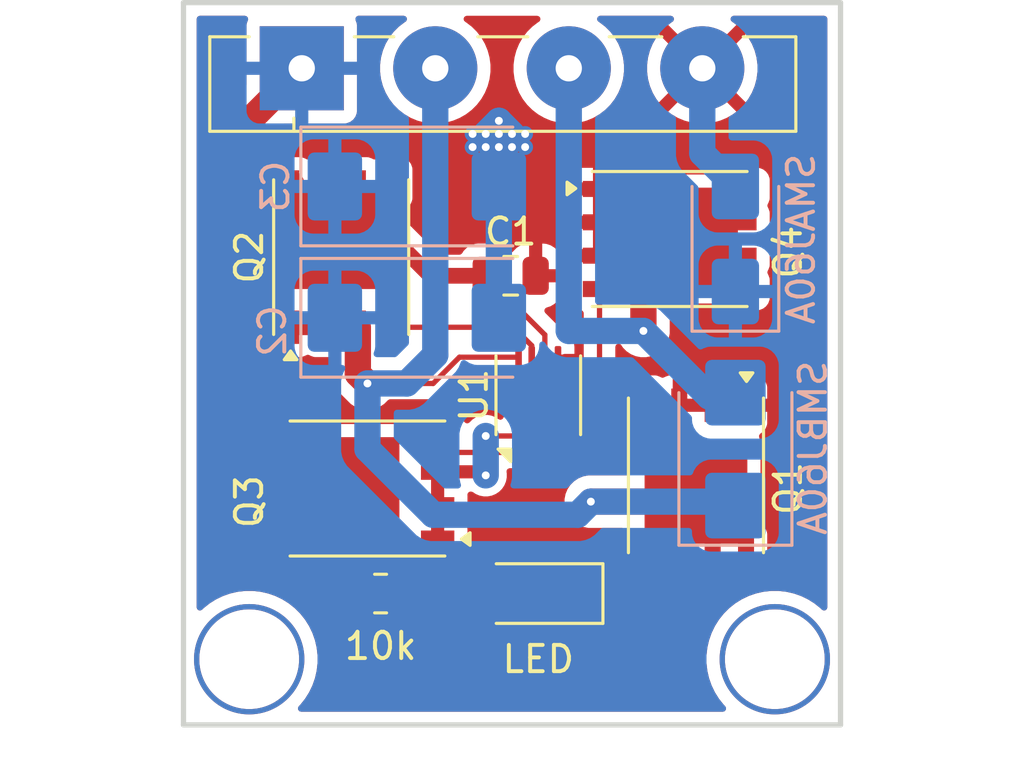
<source format=kicad_pcb>
(kicad_pcb (version 20241229) (generator "pcbnew") (generator_version "9.0")
  (layers (0 "F.Cu" signal) (2 "B.Cu" signal) (13 "F.Paste" user) (15 "B.Paste" user) (5 "F.SilkS" user "F.Silkscreen") (7 "B.SilkS" user "B.Silkscreen") (1 "F.Mask" user) (3 "B.Mask" user) (25 "Edge.Cuts" user))
  (net 0 "")
  (net 1 "/V+")
  (net 2 "Net-(D1-A)")
  (net 3 "/AC1")
  (net 4 "Net-(Q1-G)")
  (net 5 "Net-(Q2-G)")
  (net 6 "/AC2")
  (net 7 "Net-(Q3-G)")
  (net 8 "Net-(Q4-G)")
  (net 9 "V-")
  (footprint "MountingHole:MountingHole_2.2mm_M2" (layer "F.Cu") (at 78.5 66.5)
    (property "Reference" "REF**" (hide yes))
    (property "Value" "MountingHole_2.2mm_M2")
    (pad "" np_thru_hole circle (at 0 0) (size 2.2 2.2) (drill 2.2) (layers "*.Cu" "*.Mask"))
  )
  (footprint "MountingHole:MountingHole_2.2mm_M2" (layer "F.Cu") (at 58.5 66.5)
    (property "Reference" "REF**" (hide yes))
    (property "Value" "MountingHole_2.2mm_M2")
    (pad "" np_thru_hole circle (at 0 0) (size 2.2 2.2) (drill 2.2) (layers "*.Cu" "*.Mask"))
  )
  (footprint "Package_SO:PowerPAK_SO-8_Single" (layer "F.Cu") (at 62 51.19 90)
    (property "Reference" "Q2" (at 0 -3.5 90) (layer "F.SilkS"))
    (property "Value" "DMT10H009SPS" (hide yes))
    (fp_line (start -2.945 -2.57) (end 2.945 -2.57) (stroke (width 0.12)) (layer "F.SilkS"))
    (fp_line (start -2.945 2.57) (end 2.945 2.57) (stroke (width 0.12)) (layer "F.SilkS"))
    (fp_poly (pts (xy -3.575 -1.925) (xy -3.905 -2.165) (xy -3.905 -1.685) (xy -3.575 -1.925)) (stroke (width 0.12)) (fill yes) (layer "F.SilkS"))
    (pad "1" smd rect (at -2.67 -1.905 90) (size 1.27 0.61) (layers "F.Cu" "F.Mask" "F.Paste") (net 3 "/AC1"))
    (pad "2" smd rect (at -2.67 -0.635 90) (size 1.27 0.61) (layers "F.Cu" "F.Mask" "F.Paste") (net 3 "/AC1"))
    (pad "3" smd rect (at -2.67 0.635 90) (size 1.27 0.61) (layers "F.Cu" "F.Mask" "F.Paste") (net 3 "/AC1"))
    (pad "4" smd rect (at -2.67 1.905 90) (size 1.27 0.61) (layers "F.Cu" "F.Mask" "F.Paste") (net 5 "Net-(Q2-G)"))
    (pad "5" smd rect (at 0.69 0 90) (size 3.81 3.91) (layers "F.Cu" "F.Mask" "F.Paste") (net 1 "/V+"))
    (pad "5" smd rect (at 2.795 -1.905 90) (size 1.02 0.61) (layers "F.Cu" "F.Mask" "F.Paste") (net 1 "/V+"))
    (pad "5" smd rect (at 2.795 -0.635 90) (size 1.02 0.61) (layers "F.Cu" "F.Mask" "F.Paste") (net 1 "/V+"))
    (pad "5" smd rect (at 2.795 0.635 90) (size 1.02 0.61) (layers "F.Cu" "F.Mask" "F.Paste") (net 1 "/V+"))
    (pad "5" smd rect (at 2.795 1.905 90) (size 1.02 0.61) (layers "F.Cu" "F.Mask" "F.Paste") (net 1 "/V+"))
  )
  (footprint "Package_SO:PowerPAK_SO-8_Single" (layer "F.Cu") (at 63 60 180)
    (property "Reference" "Q3" (at 4.5 -0.5 270) (layer "F.SilkS"))
    (property "Value" "DMT10H009SPS" (hide yes))
    (fp_line (start -2.945 2.57) (end 2.945 2.57) (stroke (width 0.12)) (layer "F.SilkS"))
    (fp_line (start -2.945 -2.57) (end 2.945 -2.57) (stroke (width 0.12)) (layer "F.SilkS"))
    (fp_poly (pts (xy -3.575 -1.925) (xy -3.905 -2.165) (xy -3.905 -1.685) (xy -3.575 -1.925)) (stroke (width 0.12)) (fill yes) (layer "F.SilkS"))
    (pad "1" smd rect (at -2.67 -1.905 180) (size 1.27 0.61) (layers "F.Cu" "F.Mask" "F.Paste") (net 6 "/AC2"))
    (pad "2" smd rect (at -2.67 -0.635 180) (size 1.27 0.61) (layers "F.Cu" "F.Mask" "F.Paste") (net 6 "/AC2"))
    (pad "3" smd rect (at -2.67 0.635 180) (size 1.27 0.61) (layers "F.Cu" "F.Mask" "F.Paste") (net 6 "/AC2"))
    (pad "4" smd rect (at -2.67 1.905 180) (size 1.27 0.61) (layers "F.Cu" "F.Mask" "F.Paste") (net 7 "Net-(Q3-G)"))
    (pad "5" smd rect (at 0.69 0 180) (size 3.81 3.91) (layers "F.Cu" "F.Mask" "F.Paste") (net 1 "/V+"))
    (pad "5" smd rect (at 2.795 -1.905 180) (size 1.02 0.61) (layers "F.Cu" "F.Mask" "F.Paste") (net 1 "/V+"))
    (pad "5" smd rect (at 2.795 -0.635 180) (size 1.02 0.61) (layers "F.Cu" "F.Mask" "F.Paste") (net 1 "/V+"))
    (pad "5" smd rect (at 2.795 0.635 180) (size 1.02 0.61) (layers "F.Cu" "F.Mask" "F.Paste") (net 1 "/V+"))
    (pad "5" smd rect (at 2.795 1.905 180) (size 1.02 0.61) (layers "F.Cu" "F.Mask" "F.Paste") (net 1 "/V+"))
  )
  (footprint "Capacitor_SMD:C_0805_2012Metric" (layer "F.Cu") (at 68.45 51.9)
    (property "Reference" "C1" (at 0 -1.68 0) (layer "F.SilkS"))
    (property "Value" "0.1u" (hide yes))
    (fp_line (start -0.261252 -0.735) (end 0.261252 -0.735) (stroke (width 0.12)) (layer "F.SilkS"))
    (fp_line (start -0.261252 0.735) (end 0.261252 0.735) (stroke (width 0.12)) (layer "F.SilkS"))
    (pad "1" smd roundrect (at -0.95 0) (size 1 1.45) (layers "F.Cu" "F.Mask" "F.Paste") (net 1 "/V+"))
    (pad "2" smd roundrect (at 0.95 0) (size 1 1.45) (layers "F.Cu" "F.Mask" "F.Paste") (net 9 "V-"))
  )
  (footprint "Diode_THT:Diode_Bridge_Vishay_GBU" (layer "F.Cu") (at 60.5 44)
    (property "Reference" "D2" (hide yes))
    (property "Value" "GBU4A" (hide yes))
    (fp_line (start -3.5 -1.2) (end -2 -1.2) (stroke (width 0.12)) (layer "F.SilkS"))
    (fp_line (start -3.5 2.4) (end -3.5 -1.2) (stroke (width 0.12)) (layer "F.SilkS"))
    (fp_line (start -0.3 2.4) (end -0.3 1.9) (stroke (width 0.12)) (layer "F.SilkS"))
    (fp_line (start 2 -1.2) (end 3.5 -1.2) (stroke (width 0.12)) (layer "F.SilkS"))
    (fp_line (start 6.7 -1.2) (end 8.6 -1.2) (stroke (width 0.12)) (layer "F.SilkS"))
    (fp_line (start 11.7 -1.2) (end 13.7 -1.2) (stroke (width 0.12)) (layer "F.SilkS"))
    (fp_line (start 16.8 -1.2) (end 18.8 -1.2) (stroke (width 0.12)) (layer "F.SilkS"))
    (fp_line (start 18.8 -1.2) (end 18.8 2.4) (stroke (width 0.12)) (layer "F.SilkS"))
    (fp_line (start 18.8 2.4) (end -3.5 2.4) (stroke (width 0.12)) (layer "F.SilkS"))
    (pad "1" thru_hole rect (at 0 0) (size 3.2 3.2) (drill 1) (layers "*.Cu" "*.Mask") (net 1 "/V+"))
    (pad "2" thru_hole circle (at 5.08 0) (size 3.2 3.2) (drill 1) (layers "*.Cu" "*.Mask") (net 3 "/AC1"))
    (pad "3" thru_hole circle (at 10.16 0) (size 3.2 3.2) (drill 1) (layers "*.Cu" "*.Mask") (net 6 "/AC2"))
    (pad "4" thru_hole circle (at 15.24 0) (size 3.2 3.2) (drill 1) (layers "*.Cu" "*.Mask") (net 9 "V-"))
  )
  (footprint "Package_SO:PowerPAK_SO-8_Single" (layer "F.Cu") (at 74.5 50.5)
    (property "Reference" "Q4" (at 4.5 0.5 90) (layer "F.SilkS"))
    (property "Value" "DMT10H009SPS" (hide yes))
    (fp_line (start -2.945 -2.57) (end 2.945 -2.57) (stroke (width 0.12)) (layer "F.SilkS"))
    (fp_line (start -2.945 2.57) (end 2.945 2.57) (stroke (width 0.12)) (layer "F.SilkS"))
    (fp_poly (pts (xy -3.575 -1.925) (xy -3.905 -2.165) (xy -3.905 -1.685) (xy -3.575 -1.925)) (stroke (width 0.12)) (fill yes) (layer "F.SilkS"))
    (pad "1" smd rect (at -2.67 -1.905) (size 1.27 0.61) (layers "F.Cu" "F.Mask" "F.Paste") (net 9 "V-"))
    (pad "2" smd rect (at -2.67 -0.635) (size 1.27 0.61) (layers "F.Cu" "F.Mask" "F.Paste") (net 9 "V-"))
    (pad "3" smd rect (at -2.67 0.635) (size 1.27 0.61) (layers "F.Cu" "F.Mask" "F.Paste") (net 9 "V-"))
    (pad "4" smd rect (at -2.67 1.905) (size 1.27 0.61) (layers "F.Cu" "F.Mask" "F.Paste") (net 8 "Net-(Q4-G)"))
    (pad "5" smd rect (at 0.69 0) (size 3.81 3.91) (layers "F.Cu" "F.Mask" "F.Paste") (net 6 "/AC2"))
    (pad "5" smd rect (at 2.795 -1.905) (size 1.02 0.61) (layers "F.Cu" "F.Mask" "F.Paste") (net 6 "/AC2"))
    (pad "5" smd rect (at 2.795 -0.635) (size 1.02 0.61) (layers "F.Cu" "F.Mask" "F.Paste") (net 6 "/AC2"))
    (pad "5" smd rect (at 2.795 0.635) (size 1.02 0.61) (layers "F.Cu" "F.Mask" "F.Paste") (net 6 "/AC2"))
    (pad "5" smd rect (at 2.795 1.905) (size 1.02 0.61) (layers "F.Cu" "F.Mask" "F.Paste") (net 6 "/AC2"))
  )
  (footprint "Resistor_SMD:R_0805_2012Metric" (layer "F.Cu") (at 63.5 64)
    (property "Reference" "10k" (at 0 2 0) (layer "F.SilkS"))
    (property "Value" "10k" (hide yes))
    (fp_line (start -0.227064 -0.735) (end 0.227064 -0.735) (stroke (width 0.12)) (layer "F.SilkS"))
    (fp_line (start -0.227064 0.735) (end 0.227064 0.735) (stroke (width 0.12)) (layer "F.SilkS"))
    (pad "1" smd roundrect (at -0.9125 0) (size 1.025 1.4) (layers "F.Cu" "F.Mask" "F.Paste") (roundrect_rratio 0.243902) (net 1 "/V+"))
    (pad "2" smd roundrect (at 0.9125 0) (size 1.025 1.4) (layers "F.Cu" "F.Mask" "F.Paste") (roundrect_rratio 0.243902) (net 2 "Net-(D1-A)"))
  )
  (footprint "Package_DFN_QFN:DFN-8-1EP_3x3mm_P0.5mm_EP1.65x2.38mm" (layer "F.Cu") (at 69.5 56.45 90)
    (property "Reference" "U1" (at 0 -2.45 90) (layer "F.SilkS"))
    (property "Value" "LT4320xDD-1" (hide yes))
    (fp_line (start -1.5 -1.61) (end 1.5 -1.61) (stroke (width 0.12)) (layer "F.SilkS"))
    (fp_line (start -1.5 1.61) (end 1.5 1.61) (stroke (width 0.12)) (layer "F.SilkS"))
    (fp_poly (pts (xy -2.05 -1.05) (xy -2.53 -1.05) (xy -2.05 -1.53)) (stroke (width 0.12)) (fill yes) (layer "F.SilkS"))
    (pad "1" smd roundrect (at -1.45 -0.75 90) (size 0.85 0.25) (layers "F.Cu" "F.Mask" "F.Paste") (net 6 "/AC2"))
    (pad "2" smd roundrect (at -1.45 -0.25 90) (size 0.85 0.25) (layers "F.Cu" "F.Mask" "F.Paste") (net 7 "Net-(Q3-G)"))
    (pad "3" smd roundrect (at -1.45 0.25 90) (size 0.85 0.25) (layers "F.Cu" "F.Mask" "F.Paste") (net 4 "Net-(Q1-G)"))
    (pad "4" smd roundrect (at -1.45 0.75 90) (size 0.85 0.25) (layers "F.Cu" "F.Mask" "F.Paste") (net 8 "Net-(Q4-G)"))
    (pad "5" smd roundrect (at 1.45 0.75 90) (size 0.85 0.25) (layers "F.Cu" "F.Mask" "F.Paste") (net 9 "V-"))
    (pad "6" smd roundrect (at 1.45 0.25 90) (size 0.85 0.25) (layers "F.Cu" "F.Mask" "F.Paste") (net 1 "/V+"))
    (pad "7" smd roundrect (at 1.45 -0.25 90) (size 0.85 0.25) (layers "F.Cu" "F.Mask" "F.Paste") (net 5 "Net-(Q2-G)"))
    (pad "8" smd roundrect (at 1.45 -0.75 90) (size 0.85 0.25) (layers "F.Cu" "F.Mask" "F.Paste") (net 3 "/AC1"))
    (pad "9" smd rect (at 0 0 90) (size 1.65 2.38) (property pad_prop_heatsink) (layers "F.Cu" "F.Mask") (net 9 "V-"))
  )
  (footprint "Package_SO:PowerPAK_SO-8_Single" (layer "F.Cu") (at 75.5 59.5 -90)
    (property "Reference" "Q1" (at 0.5 -3.5 270) (layer "F.SilkS"))
    (property "Value" "DMT10H009SPS" (hide yes))
    (fp_line (start -2.945 2.57) (end 2.945 2.57) (stroke (width 0.12)) (layer "F.SilkS"))
    (fp_line (start -2.945 -2.57) (end 2.945 -2.57) (stroke (width 0.12)) (layer "F.SilkS"))
    (fp_poly (pts (xy -3.575 -1.925) (xy -3.905 -2.165) (xy -3.905 -1.685) (xy -3.575 -1.925)) (stroke (width 0.12)) (fill yes) (layer "F.SilkS"))
    (pad "1" smd rect (at -2.67 -1.905 270) (size 1.27 0.61) (layers "F.Cu" "F.Mask" "F.Paste") (net 9 "V-"))
    (pad "2" smd rect (at -2.67 -0.635 270) (size 1.27 0.61) (layers "F.Cu" "F.Mask" "F.Paste") (net 9 "V-"))
    (pad "3" smd rect (at -2.67 0.635 270) (size 1.27 0.61) (layers "F.Cu" "F.Mask" "F.Paste") (net 9 "V-"))
    (pad "4" smd rect (at -2.67 1.905 270) (size 1.27 0.61) (layers "F.Cu" "F.Mask" "F.Paste") (net 4 "Net-(Q1-G)"))
    (pad "5" smd rect (at 0.69 0 270) (size 3.81 3.91) (layers "F.Cu" "F.Mask" "F.Paste") (net 3 "/AC1"))
    (pad "5" smd rect (at 2.795 -1.905 270) (size 1.02 0.61) (layers "F.Cu" "F.Mask" "F.Paste") (net 3 "/AC1"))
    (pad "5" smd rect (at 2.795 -0.635 270) (size 1.02 0.61) (layers "F.Cu" "F.Mask" "F.Paste") (net 3 "/AC1"))
    (pad "5" smd rect (at 2.795 0.635 270) (size 1.02 0.61) (layers "F.Cu" "F.Mask" "F.Paste") (net 3 "/AC1"))
    (pad "5" smd rect (at 2.795 1.905 270) (size 1.02 0.61) (layers "F.Cu" "F.Mask" "F.Paste") (net 3 "/AC1"))
  )
  (footprint "LED_SMD:LED_1206_3216Metric_Pad1.42x1.75mm_HandSolder" (layer "F.Cu") (at 69.5 64 180)
    (property "Reference" "LED" (at 0 -2.5 0) (layer "F.SilkS"))
    (property "Value" "LED" (hide yes))
    (fp_line (start 1.6 -1.135) (end -2.46 -1.135) (stroke (width 0.12)) (layer "F.SilkS"))
    (fp_line (start -2.46 1.135) (end 1.6 1.135) (stroke (width 0.12)) (layer "F.SilkS"))
    (fp_line (start -2.46 -1.135) (end -2.46 1.135) (stroke (width 0.12)) (layer "F.SilkS"))
    (pad "1" smd roundrect (at -1.4875 0 180) (size 1.425 1.75) (layers "F.Cu" "F.Mask" "F.Paste") (roundrect_rratio 0.175439) (net 9 "V-"))
    (pad "2" smd roundrect (at 1.4875 0 180) (size 1.425 1.75) (layers "F.Cu" "F.Mask" "F.Paste") (roundrect_rratio 0.175439) (net 2 "Net-(D1-A)"))
  )
  (footprint "Diode_SMD:D_SMB" (layer "B.Cu") (at 77 58.5 90)
    (property "Reference" "SMBJ60A" (at 0.05 2.95 270) (layer "B.SilkS") (effects (justify mirror)))
    (property "Value" "SMBJ60A")
    (fp_line (start -3.66 -2.15) (end 2.15 -2.15) (stroke (width 0.12)) (layer "B.SilkS"))
    (fp_line (start -3.66 2.15) (end -3.66 -2.15) (stroke (width 0.12)) (layer "B.SilkS"))
    (fp_line (start -3.66 2.15) (end 2.15 2.15) (stroke (width 0.12)) (layer "B.SilkS"))
    (pad "1" smd roundrect (at -2.15 0 90) (size 2.5 2.3) (layers "B.Cu" "B.Mask" "B.Paste") (roundrect_rratio 0.1086956522) (net 3 "/AC1"))
    (pad "2" smd roundrect (at 2.15 0 90) (size 2.5 2.3) (layers "B.Cu" "B.Mask" "B.Paste") (roundrect_rratio 0.1086956522) (net 6 "/AC2"))
  )
  (footprint "Capacitor_Tantalum_SMD:CP_EIA-7343-15_Kemet-W" (layer "B.Cu") (at 64.88 48.5)
    (property "Reference" "C3" (at -5.38 0 90) (layer "B.SilkS") (effects (justify mirror)))
    (property "Value" "10u")
    (fp_line (start -4.415 -2.26) (end 3.65 -2.26) (stroke (width 0.12)) (layer "B.SilkS"))
    (fp_line (start -4.415 2.26) (end -4.415 -2.26) (stroke (width 0.12)) (layer "B.SilkS"))
    (fp_line (start 3.65 2.26) (end -4.415 2.26) (stroke (width 0.12)) (layer "B.SilkS"))
    (pad "1" smd roundrect (at -3.12 0) (size 2.07 2.59) (layers "B.Cu" "B.Mask" "B.Paste") (roundrect_rratio 0.120773) (net 1 "/V+"))
    (pad "2" smd roundrect (at 3.12 0) (size 2.07 2.59) (layers "B.Cu" "B.Mask" "B.Paste") (roundrect_rratio 0.120773) (net 9 "V-"))
  )
  (footprint "Capacitor_Tantalum_SMD:CP_EIA-7343-15_Kemet-W" (layer "B.Cu") (at 64.88 53.5)
    (property "Reference" "C2" (at -5.5 0.5 270) (layer "B.SilkS") (effects (justify mirror)))
    (property "Value" "10u" (hide yes))
    (fp_line (start -4.415 -2.26) (end 3.65 -2.26) (stroke (width 0.12)) (layer "B.SilkS"))
    (fp_line (start -4.415 2.26) (end -4.415 -2.26) (stroke (width 0.12)) (layer "B.SilkS"))
    (fp_line (start 3.65 2.26) (end -4.415 2.26) (stroke (width 0.12)) (layer "B.SilkS"))
    (pad "1" smd roundrect (at -3.12 0) (size 2.07 2.59) (layers "B.Cu" "B.Mask" "B.Paste") (roundrect_rratio 0.120773) (net 1 "/V+"))
    (pad "2" smd roundrect (at 3.12 0) (size 2.07 2.59) (layers "B.Cu" "B.Mask" "B.Paste") (roundrect_rratio 0.120773) (net 9 "V-"))
  )
  (footprint "Diode_SMD:D_SMA" (layer "B.Cu") (at 77 50.5 90)
    (property "Reference" "SMAJ60A" (at 0 2.5 90) (layer "B.SilkS") (effects (justify mirror)))
    (property "Value" "SMAJ60A")
    (fp_line (start -3.51 -1.65) (end 2 -1.65) (stroke (width 0.12)) (layer "B.SilkS"))
    (fp_line (start -3.51 1.65) (end -3.51 -1.65) (stroke (width 0.12)) (layer "B.SilkS"))
    (fp_line (start -3.51 1.65) (end 2 1.65) (stroke (width 0.12)) (layer "B.SilkS"))
    (pad "1" smd roundrect (at -2 0 90) (size 2.5 1.8) (layers "B.Cu" "B.Mask" "B.Paste") (roundrect_rratio 0.1388888889) (net 1 "/V+"))
    (pad "2" smd roundrect (at 2 0 90) (size 2.5 1.8) (layers "B.Cu" "B.Mask" "B.Paste") (roundrect_rratio 0.1388888889) (net 9 "V-"))
  )
  (gr_circle (center 58.5 66.5) (end 60.5 66.5) (stroke (width 0.2)) (fill no) (layer "F.Cu"))
  (gr_circle (center 78.5 66.5) (end 80.5 66.5) (stroke (width 0.2)) (fill no) (layer "F.Cu"))
  (gr_circle (center 78.5 66.5) (end 76.5 66.5) (stroke (width 0.2)) (fill no) (layer "B.Cu"))
  (gr_circle (center 58.5 66.5) (end 56.5 66.5) (stroke (width 0.2)) (fill no) (layer "B.Cu"))
  (gr_line (start 56 41.5) (end 81 41.5) (stroke (width 0.2)) (layer "Edge.Cuts"))
  (gr_line (start 56 69) (end 56 41.5) (stroke (width 0.2)) (layer "Edge.Cuts"))
  (gr_line (start 81 69) (end 56 69) (stroke (width 0.2)) (layer "Edge.Cuts"))
  (gr_line (start 81 41.5) (end 81 69) (stroke (width 0.2)) (layer "Edge.Cuts"))
  (segment (start 62.5875 60.2775) (end 62.31 60) (width 0.2) (layer "F.Cu") (net 1))
  (segment (start 62.5875 64.5) (end 62.5875 60.2775) (width 0.2) (layer "F.Cu") (net 1))
  (segment (start 64 50.5) (end 62 50.5) (width 0.6) (layer "F.Cu") (net 1))
  (segment (start 69.75 54.15) (end 69.75 55) (width 0.2) (layer "F.Cu") (net 1))
  (segment (start 65.4 51.9) (end 64 50.5) (width 0.6) (layer "F.Cu") (net 1))
  (segment (start 60.205 58.095) (end 58.095 58.095) (width 1) (layer "F.Cu") (net 1))
  (segment (start 67.5 51.9) (end 69.75 54.15) (width 0.2) (layer "F.Cu") (net 1))
  (segment (start 58.095 46.405) (end 60.5 44) (width 1) (layer "F.Cu") (net 1))
  (segment (start 62.5875 64.5) (end 62.0875 64) (width 0.2) (layer "F.Cu") (net 1))
  (segment (start 67.5 51.9) (end 65.4 51.9) (width 0.6) (layer "F.Cu") (net 1))
  (segment (start 58.095 48.5) (end 58.095 46.405) (width 1) (layer "F.Cu") (net 1))
  (segment (start 58.2 48.395) (end 60.095 48.395) (width 1) (layer "F.Cu") (net 1))
  (segment (start 58.095 58.095) (end 58.095 48.5) (width 1) (layer "F.Cu") (net 1))
  (segment (start 58.095 48.5) (end 58.2 48.395) (width 1) (layer "F.Cu") (net 1))
  (segment (start 64.4125 64.5) (end 67.5125 64.5) (width 0.2) (layer "F.Cu") (net 2))
  (segment (start 67.5125 64.5) (end 68.0125 64) (width 0.2) (layer "F.Cu") (net 2))
  (segment (start 61.365 53.86) (end 60.095 53.86) (width 0.6) (layer "F.Cu") (net 3))
  (segment (start 66.5 55) (end 65.5 56) (width 0.2) (layer "F.Cu") (net 3))
  (segment (start 75.19 60.5) (end 75.5 60.19) (width 0.2) (layer "F.Cu") (net 3))
  (segment (start 62.635 55.635) (end 63 56) (width 1) (layer "F.Cu") (net 3))
  (segment (start 71.5 60.5) (end 75.19 60.5) (width 1) (layer "F.Cu") (net 3))
  (segment (start 62.635 53.86) (end 61.365 53.86) (width 0.6) (layer "F.Cu") (net 3))
  (segment (start 65.5 56) (end 63 56) (width 0.2) (layer "F.Cu") (net 3))
  (segment (start 68.75 55) (end 66.5 55) (width 0.2) (layer "F.Cu") (net 3))
  (segment (start 62.635 53.86) (end 62.635 55.635) (width 1) (layer "F.Cu") (net 3))
  (via (at 71.5 60.5) (size 0.6) (drill 0.3) (layers "F.Cu" "B.Cu") (net 3))
  (via (at 63 56) (size 0.6) (drill 0.3) (layers "F.Cu" "B.Cu") (net 3))
  (segment (start 65.5 61) (end 71 61) (width 1) (layer "B.Cu") (net 3))
  (segment (start 71 61) (end 71.5 60.5) (width 1) (layer "B.Cu") (net 3))
  (segment (start 63 58.5) (end 63 56) (width 1) (layer "B.Cu") (net 3))
  (segment (start 65.58 54.92) (end 65.58 44) (width 1) (layer "B.Cu") (net 3))
  (segment (start 63 58.5) (end 65.5 61) (width 1) (layer "B.Cu") (net 3))
  (segment (start 65.58 54.92) (end 64.5 56) (width 1) (layer "B.Cu") (net 3))
  (segment (start 71.5 60.5) (end 77 60.5) (width 1) (layer "B.Cu") (net 3))
  (segment (start 64.5 56) (end 63 56) (width 1) (layer "B.Cu") (net 3))
  (segment (start 70.035202 58.626) (end 69.75 58.340798) (width 0.2) (layer "F.Cu") (net 4))
  (segment (start 73.595 56.83) (end 71.799 58.626) (width 0.2) (layer "F.Cu") (net 4))
  (segment (start 69.75 58.340798) (end 69.75 57.9) (width 0.2) (layer "F.Cu") (net 4))
  (segment (start 71.799 58.626) (end 70.035202 58.626) (width 0.2) (layer "F.Cu") (net 4))
  (segment (start 69.25 54.559202) (end 69.25 55) (width 0.2) (layer "F.Cu") (net 5))
  (segment (start 63.905 53.86) (end 68.550798 53.86) (width 0.2) (layer "F.Cu") (net 5))
  (segment (start 68.550798 53.86) (end 69.25 54.559202) (width 0.2) (layer "F.Cu") (net 5))
  (segment (start 65.77 61.865) (end 65.77 59.465) (width 0.2) (layer "F.Cu") (net 6))
  (segment (start 75.19 50.5) (end 73.5 52.19) (width 0.2) (layer "F.Cu") (net 6))
  (segment (start 67.5 58) (end 68.65 58) (width 0.2) (layer "F.Cu") (net 6))
  (segment (start 65.67 60.635) (end 65.67 61.905) (width 0.5) (layer "F.Cu") (net 6))
  (segment (start 67.365 59.365) (end 67.5 59.5) (width 0.2) (layer "F.Cu") (net 6))
  (segment (start 65.67 59.365) (end 67.365 59.365) (width 0.5) (layer "F.Cu") (net 6))
  (segment (start 65.77 59.465) (end 65.67 59.365) (width 0.2) (layer "F.Cu") (net 6))
  (segment (start 68.65 58) (end 68.75 57.9) (width 0.2) (layer "F.Cu") (net 6))
  (segment (start 73.5 52.19) (end 73.5 54) (width 1) (layer "F.Cu") (net 6))
  (segment (start 75.19 50.5) (end 75.69 50) (width 0.2) (layer "F.Cu") (net 6))
  (segment (start 65.67 59.365) (end 65.67 60.635) (width 0.5) (layer "F.Cu") (net 6))
  (via (at 73.5 54) (size 0.6) (drill 0.3) (layers "F.Cu" "B.Cu") (net 6))
  (via (at 67.5 59.5) (size 0.6) (drill 0.3) (layers "F.Cu" "B.Cu") (net 6))
  (via (at 67.5 58) (size 0.6) (drill 0.3) (layers "F.Cu" "B.Cu") (net 6))
  (segment (start 70.66 44) (end 70.66 54) (width 1) (layer "B.Cu") (net 6))
  (segment (start 76 56.5) (end 73.5 54) (width 1) (layer "B.Cu") (net 6))
  (segment (start 77 56.5) (end 76 56.5) (width 1) (layer "B.Cu") (net 6))
  (segment (start 67.5 58) (end 67.5 59.5) (width 1) (layer "B.Cu") (net 6))
  (segment (start 73.5 54) (end 70.66 54) (width 1) (layer "B.Cu") (net 6))
  (segment (start 69.25 58.340798) (end 69.25 57.9) (width 0.2) (layer "F.Cu") (net 7))
  (segment (start 66.201 58.626) (end 68.964798 58.626) (width 0.2) (layer "F.Cu") (net 7))
  (segment (start 65.905 58.095) (end 65.67 58.095) (width 0.2) (layer "F.Cu") (net 7))
  (segment (start 68.964798 58.626) (end 69.25 58.340798) (width 0.2) (layer "F.Cu") (net 7))
  (segment (start 65.67 58.095) (end 66.201 58.626) (width 0.2) (layer "F.Cu") (net 7))
  (segment (start 71.83 52.405) (end 71.83 56.737) (width 0.2) (layer "F.Cu") (net 8))
  (segment (start 70.667 57.9) (end 70.25 57.9) (width 0.2) (layer "F.Cu") (net 8))
  (segment (start 71.83 56.737) (end 70.667 57.9) (width 0.2) (layer "F.Cu") (net 8))
  (segment (start 70.25 55) (end 70.5 55) (width 0.2) (layer "F.Cu") (net 9))
  (via (at 67 47) (size 0.6) (drill 0.3) (layers "F.Cu" "B.Cu") (net 9))
  (via (at 68 46.5) (size 0.6) (drill 0.3) (layers "F.Cu" "B.Cu") (net 9))
  (via (at 69 47) (size 0.6) (drill 0.3) (layers "F.Cu" "B.Cu") (net 9))
  (via (at 67.5 46.5) (size 0.6) (drill 0.3) (layers "F.Cu" "B.Cu") (net 9))
  (via (at 68 46) (size 0.6) (drill 0.3) (layers "F.Cu" "B.Cu") (net 9))
  (via (at 68.5 47) (size 0.6) (drill 0.3) (layers "F.Cu" "B.Cu") (net 9))
  (via (at 67 46.5) (size 0.6) (drill 0.3) (layers "F.Cu" "B.Cu") (net 9))
  (via (at 69 46.5) (size 0.6) (drill 0.3) (layers "F.Cu" "B.Cu") (net 9))
  (via (at 68.5 46.5) (size 0.6) (drill 0.3) (layers "F.Cu" "B.Cu") (net 9))
  (via (at 68 47) (size 0.6) (drill 0.3) (layers "F.Cu" "B.Cu") (net 9))
  (via (at 67.5 47) (size 0.6) (drill 0.3) (layers "F.Cu" "B.Cu") (net 9))
  (segment (start 68 46.5) (end 68 47) (width 1) (layer "B.Cu") (net 9))
  (segment (start 68 46) (end 67.5 46.5) (width 1) (layer "B.Cu") (net 9))
  (segment (start 68 46) (end 68.5 46.5) (width 1) (layer "B.Cu") (net 9))
  (segment (start 68 46) (end 68 46.5) (width 1) (layer "B.Cu") (net 9))
  (segment (start 75.74 44) (end 75.74 47.24) (width 1) (layer "B.Cu") (net 9))
  (segment (start 68 47) (end 68 48.5) (width 1) (layer "B.Cu") (net 9))
  (segment (start 75.74 47.24) (end 77 48.5) (width 1) (layer "B.Cu") (net 9))
  (segment (start 68 53.5) (end 68 48.5) (width 1) (layer "B.Cu") (net 9))
  (zone (net 9) (net_name "V-") (layer "F.Cu") (connect_pads (clearance 0.5)) (min_thickness 0.25) (fill yes (thermal_gap 0.5) (thermal_bridge_width 0.5))
    (polygon (pts (xy 56 41.5) (xy 81 41.5) (xy 81 69) (xy 56 69)))
  )
  (zone (net 1) (net_name "/V+") (layer "B.Cu") (priority 1) (connect_pads (clearance 0.5)) (min_thickness 0.25) (fill yes (thermal_gap 0.5) (thermal_bridge_width 0.5))
    (polygon (pts (xy 56 41.5) (xy 81 41.5) (xy 81 69) (xy 56 69)))
  )
)
</source>
